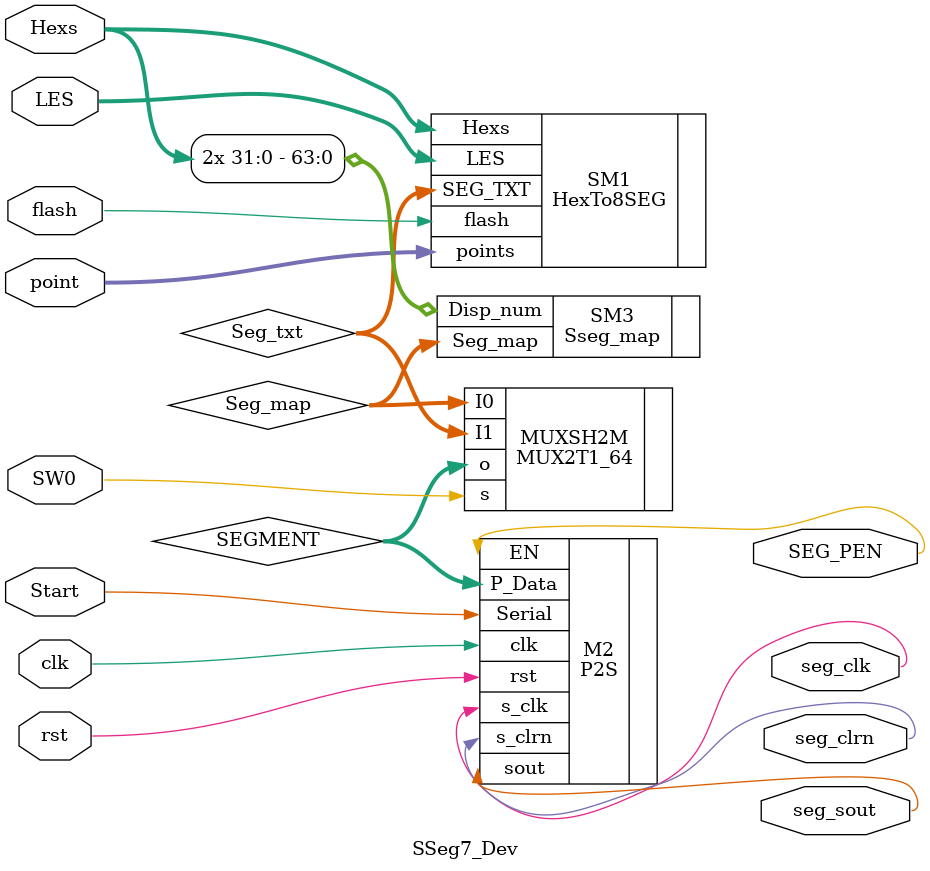
<source format=v>
`timescale 1ns / 1ps


module SSeg7_Dev(input clk, 
                 input rst, 
                 input Start,
                 input SW0,
                 input flash,
                 input [31:0] Hexs,
                 input [7:0] point,
                 input [7:0] LES, 
                 output seg_clk, 
                 output seg_sout, 
                 output SEG_PEN, 
                 output seg_clrn
    );
	 
	 wire [63:0] Seg_txt;
	 wire [63:0] Seg_map;
	 wire [63:0] SEGMENT;
	 
	 HexTo8SEG  SM1 (.flash(flash), 
                     .Hexs(Hexs[31:0]), 
                     .LES(LES[7:0]), 
                     .points(point[7:0]), 
                     .SEG_TXT(Seg_txt[63:0]));
	 
     Sseg_map  SM3 (.Disp_num({Hexs[31:0], Hexs[31:0]}), 
                    .Seg_map(Seg_map[63:0]));
	 
	 MUX2T1_64 MUXSH2M (.I0(Seg_map), .I1(Seg_txt), .s(SW0), .o(SEGMENT));
	 
	 P2S  M2 (.clk(clk), 
               .P_Data(SEGMENT[63:0]), 
               .rst(rst), 
               .Serial(Start), 
               .EN(SEG_PEN), 
               .sout(seg_sout), 
               .s_clk(seg_clk), 
               .s_clrn(seg_clrn));
    
endmodule

</source>
